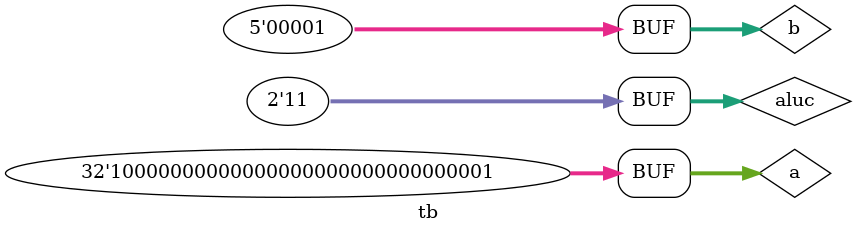
<source format=v>
`timescale 1ns / 1ps


module tb;
    reg [31:0] a;  
    reg [4:0] b;  
    reg [1:0] aluc;  
    wire [31:0] c;  
  
    // ÊµÀý»¯±»²âÊÔµÄÄ£¿é  
    barrelshifter32 uut (  
        .a(a),  
        .b(b),  
        .aluc(aluc),  
        .c(c)  
    );  
  
    
    initial begin  
        // ³õÊ¼»¯ÊäÈëÐÅºÅ  
        a = 0;  
        b = 0;  
        aluc = 0;  
   
        #10;// ²âÊÔËãÊõÓÒÒÆ  
        a = 32'b1000_0000_0000_0000_0000_0000_0000_0001; 
        b = 5'b01;  
        aluc = 2'b00;  
        #10; 
        
        // ²âÊÔËãÊõ×óÒÆ  
        a = 32'b1000_0000_0000_0000_0000_0000_0000_0001;  
        b = 5'b01;  
        aluc = 2'b01;  
        #10;   
  
        // ²âÊÔÂß¼­ÓÒÒÆ  
        a = 32'b1000_0000_0000_0000_0000_0000_0000_0001; 
        b = 5'b01;  
        aluc = 2'b10;  
        #10;  
  
        // ²âÊÔÂß¼­×óÒÆ  
        a = 32'b1000_0000_0000_0000_0000_0000_0000_0001; 
        b = 5'b01;  
        aluc = 2'b11;  
        #10;  
        
    end  
endmodule

</source>
